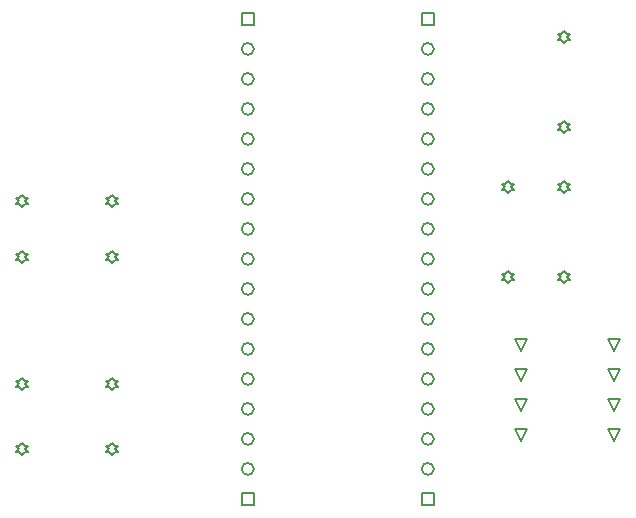
<source format=gbr>
%TF.GenerationSoftware,Altium Limited,Altium Designer,23.9.2 (47)*%
G04 Layer_Color=2752767*
%FSLAX45Y45*%
%MOMM*%
%TF.SameCoordinates,069DA617-DDAF-4FD6-95A1-D134820B9D42*%
%TF.FilePolarity,Positive*%
%TF.FileFunction,Drawing*%
%TF.Part,Single*%
G01*
G75*
%TA.AperFunction,NonConductor*%
%ADD17C,0.12700*%
%ADD32C,0.16933*%
D17*
X3924199Y4163202D02*
Y4264802D01*
X4025799D01*
Y4163202D01*
X3924199D01*
X2400199D02*
Y4264802D01*
X2501799D01*
Y4163202D01*
X2400199D01*
Y99202D02*
Y200802D01*
X2501799D01*
Y99202D01*
X2400199D01*
X3924199D02*
Y200802D01*
X4025799D01*
Y99202D01*
X3924199D01*
X4649998Y2736200D02*
X4675398Y2761600D01*
X4700798D01*
X4675398Y2787000D01*
X4700798Y2812400D01*
X4675398D01*
X4649998Y2837800D01*
X4624598Y2812400D01*
X4599198D01*
X4624598Y2787000D01*
X4599198Y2761600D01*
X4624598D01*
X4649998Y2736200D01*
Y1974200D02*
X4675398Y1999600D01*
X4700798D01*
X4675398Y2025000D01*
X4700798Y2050400D01*
X4675398D01*
X4649998Y2075800D01*
X4624598Y2050400D01*
X4599198D01*
X4624598Y2025000D01*
X4599198Y1999600D01*
X4624598D01*
X4649998Y1974200D01*
X4763004Y891200D02*
X4712204Y992800D01*
X4813804D01*
X4763004Y891200D01*
Y1145200D02*
X4712204Y1246800D01*
X4813804D01*
X4763004Y1145200D01*
Y637200D02*
X4712204Y738800D01*
X4813804D01*
X4763004Y637200D01*
Y1399200D02*
X4712204Y1500800D01*
X4813804D01*
X4763004Y1399200D01*
X5550003Y637200D02*
X5499203Y738800D01*
X5600803D01*
X5550003Y637200D01*
Y1399200D02*
X5499203Y1500800D01*
X5600803D01*
X5550003Y1399200D01*
Y891200D02*
X5499203Y992800D01*
X5600803D01*
X5550003Y891200D01*
Y1145200D02*
X5499203Y1246800D01*
X5600803D01*
X5550003Y1145200D01*
X5125000Y4011199D02*
X5150400Y4036599D01*
X5175800D01*
X5150400Y4061999D01*
X5175800Y4087399D01*
X5150400D01*
X5125000Y4112799D01*
X5099600Y4087399D01*
X5074200D01*
X5099600Y4061999D01*
X5074200Y4036599D01*
X5099600D01*
X5125000Y4011199D01*
Y3249199D02*
X5150400Y3274599D01*
X5175800D01*
X5150400Y3299999D01*
X5175800Y3325399D01*
X5150400D01*
X5125000Y3350799D01*
X5099600Y3325399D01*
X5074200D01*
X5099600Y3299999D01*
X5074200Y3274599D01*
X5099600D01*
X5125000Y3249199D01*
Y1974200D02*
X5150400Y1999600D01*
X5175800D01*
X5150400Y2025000D01*
X5175800Y2050400D01*
X5150400D01*
X5125000Y2075800D01*
X5099600Y2050400D01*
X5074200D01*
X5099600Y2025000D01*
X5074200Y1999600D01*
X5099600D01*
X5125000Y1974200D01*
Y2736200D02*
X5150400Y2761600D01*
X5175800D01*
X5150400Y2787000D01*
X5175800Y2812400D01*
X5150400D01*
X5125000Y2837800D01*
X5099600Y2812400D01*
X5074200D01*
X5099600Y2787000D01*
X5074200Y2761600D01*
X5099600D01*
X5125000Y2736200D01*
X1300003Y1074197D02*
X1325403Y1099597D01*
X1350803D01*
X1325403Y1124997D01*
X1350803Y1150397D01*
X1325403D01*
X1300003Y1175797D01*
X1274603Y1150397D01*
X1249203D01*
X1274603Y1124997D01*
X1249203Y1099597D01*
X1274603D01*
X1300003Y1074197D01*
X538003D02*
X563403Y1099597D01*
X588803D01*
X563403Y1124997D01*
X588803Y1150397D01*
X563403D01*
X538003Y1175797D01*
X512603Y1150397D01*
X487203D01*
X512603Y1124997D01*
X487203Y1099597D01*
X512603D01*
X538003Y1074197D01*
X1299998Y2624201D02*
X1325398Y2649601D01*
X1350798D01*
X1325398Y2675001D01*
X1350798Y2700401D01*
X1325398D01*
X1299998Y2725801D01*
X1274598Y2700401D01*
X1249198D01*
X1274598Y2675001D01*
X1249198Y2649601D01*
X1274598D01*
X1299998Y2624201D01*
X537998D02*
X563398Y2649601D01*
X588798D01*
X563398Y2675001D01*
X588798Y2700401D01*
X563398D01*
X537998Y2725801D01*
X512598Y2700401D01*
X487198D01*
X512598Y2675001D01*
X487198Y2649601D01*
X512598D01*
X537998Y2624201D01*
Y2149201D02*
X563398Y2174601D01*
X588798D01*
X563398Y2200001D01*
X588798Y2225401D01*
X563398D01*
X537998Y2250801D01*
X512598Y2225401D01*
X487198D01*
X512598Y2200001D01*
X487198Y2174601D01*
X512598D01*
X537998Y2149201D01*
X1299998D02*
X1325398Y2174601D01*
X1350798D01*
X1325398Y2200001D01*
X1350798Y2225401D01*
X1325398D01*
X1299998Y2250801D01*
X1274598Y2225401D01*
X1249198D01*
X1274598Y2200001D01*
X1249198Y2174601D01*
X1274598D01*
X1299998Y2149201D01*
Y524200D02*
X1325398Y549600D01*
X1350798D01*
X1325398Y575000D01*
X1350798Y600400D01*
X1325398D01*
X1299998Y625800D01*
X1274598Y600400D01*
X1249198D01*
X1274598Y575000D01*
X1249198Y549600D01*
X1274598D01*
X1299998Y524200D01*
X537998D02*
X563398Y549600D01*
X588798D01*
X563398Y575000D01*
X588798Y600400D01*
X563398D01*
X537998Y625800D01*
X512598Y600400D01*
X487198D01*
X512598Y575000D01*
X487198Y549600D01*
X512598D01*
X537998Y524200D01*
D32*
X2501799Y404002D02*
G03*
X2501799Y404002I-50800J0D01*
G01*
Y658002D02*
G03*
X2501799Y658002I-50800J0D01*
G01*
Y912002D02*
G03*
X2501799Y912002I-50800J0D01*
G01*
Y1166002D02*
G03*
X2501799Y1166002I-50800J0D01*
G01*
Y1420002D02*
G03*
X2501799Y1420002I-50800J0D01*
G01*
Y1674002D02*
G03*
X2501799Y1674002I-50800J0D01*
G01*
Y1928002D02*
G03*
X2501799Y1928002I-50800J0D01*
G01*
Y2182002D02*
G03*
X2501799Y2182002I-50800J0D01*
G01*
Y2436002D02*
G03*
X2501799Y2436002I-50800J0D01*
G01*
Y2690002D02*
G03*
X2501799Y2690002I-50800J0D01*
G01*
Y2944002D02*
G03*
X2501799Y2944002I-50800J0D01*
G01*
Y3198002D02*
G03*
X2501799Y3198002I-50800J0D01*
G01*
Y3452002D02*
G03*
X2501799Y3452002I-50800J0D01*
G01*
Y3706002D02*
G03*
X2501799Y3706002I-50800J0D01*
G01*
Y3960002D02*
G03*
X2501799Y3960002I-50800J0D01*
G01*
X4025799D02*
G03*
X4025799Y3960002I-50800J0D01*
G01*
Y3706002D02*
G03*
X4025799Y3706002I-50800J0D01*
G01*
Y3452002D02*
G03*
X4025799Y3452002I-50800J0D01*
G01*
Y3198002D02*
G03*
X4025799Y3198002I-50800J0D01*
G01*
Y2944002D02*
G03*
X4025799Y2944002I-50800J0D01*
G01*
Y2690002D02*
G03*
X4025799Y2690002I-50800J0D01*
G01*
Y2436002D02*
G03*
X4025799Y2436002I-50800J0D01*
G01*
Y2182002D02*
G03*
X4025799Y2182002I-50800J0D01*
G01*
Y1928002D02*
G03*
X4025799Y1928002I-50800J0D01*
G01*
Y1674002D02*
G03*
X4025799Y1674002I-50800J0D01*
G01*
Y1420002D02*
G03*
X4025799Y1420002I-50800J0D01*
G01*
Y1166002D02*
G03*
X4025799Y1166002I-50800J0D01*
G01*
Y912002D02*
G03*
X4025799Y912002I-50800J0D01*
G01*
Y658002D02*
G03*
X4025799Y658002I-50800J0D01*
G01*
Y404002D02*
G03*
X4025799Y404002I-50800J0D01*
G01*
%TF.MD5,cdac6a1b40e7aae6696b2154b1f1847d*%
M02*

</source>
